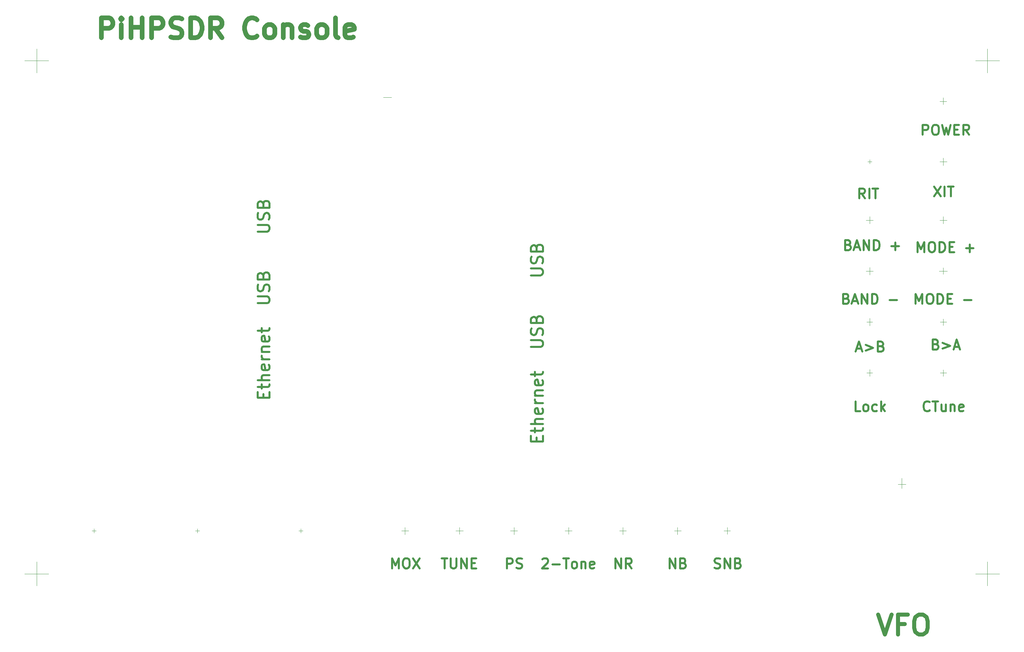
<source format=gbr>
%TF.GenerationSoftware,KiCad,Pcbnew,(5.1.5)-3*%
%TF.CreationDate,2020-09-07T19:44:54+02:00*%
%TF.ProjectId,fusion,66757369-6f6e-42e6-9b69-6361645f7063,rev?*%
%TF.SameCoordinates,Original*%
%TF.FileFunction,Legend,Top*%
%TF.FilePolarity,Positive*%
%FSLAX46Y46*%
G04 Gerber Fmt 4.6, Leading zero omitted, Abs format (unit mm)*
G04 Created by KiCad (PCBNEW (5.1.5)-3) date 2020-09-07 19:44:54*
%MOMM*%
%LPD*%
G04 APERTURE LIST*
%ADD10C,0.120000*%
%ADD11C,1.200000*%
%ADD12C,0.500000*%
%ADD13C,1.000000*%
G04 APERTURE END LIST*
D10*
X41800000Y-38800000D02*
X35800000Y-38800000D01*
X38800000Y-41800000D02*
X38800000Y-35800000D01*
D11*
X55133333Y-33061904D02*
X55133333Y-28061904D01*
X57038095Y-28061904D01*
X57514285Y-28300000D01*
X57752380Y-28538095D01*
X57990476Y-29014285D01*
X57990476Y-29728571D01*
X57752380Y-30204761D01*
X57514285Y-30442857D01*
X57038095Y-30680952D01*
X55133333Y-30680952D01*
X60133333Y-33061904D02*
X60133333Y-29728571D01*
X60133333Y-28061904D02*
X59895238Y-28300000D01*
X60133333Y-28538095D01*
X60371428Y-28300000D01*
X60133333Y-28061904D01*
X60133333Y-28538095D01*
X62514285Y-33061904D02*
X62514285Y-28061904D01*
X62514285Y-30442857D02*
X65371428Y-30442857D01*
X65371428Y-33061904D02*
X65371428Y-28061904D01*
X67752380Y-33061904D02*
X67752380Y-28061904D01*
X69657142Y-28061904D01*
X70133333Y-28300000D01*
X70371428Y-28538095D01*
X70609523Y-29014285D01*
X70609523Y-29728571D01*
X70371428Y-30204761D01*
X70133333Y-30442857D01*
X69657142Y-30680952D01*
X67752380Y-30680952D01*
X72514285Y-32823809D02*
X73228571Y-33061904D01*
X74419047Y-33061904D01*
X74895238Y-32823809D01*
X75133333Y-32585714D01*
X75371428Y-32109523D01*
X75371428Y-31633333D01*
X75133333Y-31157142D01*
X74895238Y-30919047D01*
X74419047Y-30680952D01*
X73466666Y-30442857D01*
X72990476Y-30204761D01*
X72752380Y-29966666D01*
X72514285Y-29490476D01*
X72514285Y-29014285D01*
X72752380Y-28538095D01*
X72990476Y-28300000D01*
X73466666Y-28061904D01*
X74657142Y-28061904D01*
X75371428Y-28300000D01*
X77514285Y-33061904D02*
X77514285Y-28061904D01*
X78704761Y-28061904D01*
X79419047Y-28300000D01*
X79895238Y-28776190D01*
X80133333Y-29252380D01*
X80371428Y-30204761D01*
X80371428Y-30919047D01*
X80133333Y-31871428D01*
X79895238Y-32347619D01*
X79419047Y-32823809D01*
X78704761Y-33061904D01*
X77514285Y-33061904D01*
X85371428Y-33061904D02*
X83704761Y-30680952D01*
X82514285Y-33061904D02*
X82514285Y-28061904D01*
X84419047Y-28061904D01*
X84895238Y-28300000D01*
X85133333Y-28538095D01*
X85371428Y-29014285D01*
X85371428Y-29728571D01*
X85133333Y-30204761D01*
X84895238Y-30442857D01*
X84419047Y-30680952D01*
X82514285Y-30680952D01*
X94180952Y-32585714D02*
X93942857Y-32823809D01*
X93228571Y-33061904D01*
X92752380Y-33061904D01*
X92038095Y-32823809D01*
X91561904Y-32347619D01*
X91323809Y-31871428D01*
X91085714Y-30919047D01*
X91085714Y-30204761D01*
X91323809Y-29252380D01*
X91561904Y-28776190D01*
X92038095Y-28300000D01*
X92752380Y-28061904D01*
X93228571Y-28061904D01*
X93942857Y-28300000D01*
X94180952Y-28538095D01*
X97038095Y-33061904D02*
X96561904Y-32823809D01*
X96323809Y-32585714D01*
X96085714Y-32109523D01*
X96085714Y-30680952D01*
X96323809Y-30204761D01*
X96561904Y-29966666D01*
X97038095Y-29728571D01*
X97752380Y-29728571D01*
X98228571Y-29966666D01*
X98466666Y-30204761D01*
X98704761Y-30680952D01*
X98704761Y-32109523D01*
X98466666Y-32585714D01*
X98228571Y-32823809D01*
X97752380Y-33061904D01*
X97038095Y-33061904D01*
X100847619Y-29728571D02*
X100847619Y-33061904D01*
X100847619Y-30204761D02*
X101085714Y-29966666D01*
X101561904Y-29728571D01*
X102276190Y-29728571D01*
X102752380Y-29966666D01*
X102990476Y-30442857D01*
X102990476Y-33061904D01*
X105133333Y-32823809D02*
X105609523Y-33061904D01*
X106561904Y-33061904D01*
X107038095Y-32823809D01*
X107276190Y-32347619D01*
X107276190Y-32109523D01*
X107038095Y-31633333D01*
X106561904Y-31395238D01*
X105847619Y-31395238D01*
X105371428Y-31157142D01*
X105133333Y-30680952D01*
X105133333Y-30442857D01*
X105371428Y-29966666D01*
X105847619Y-29728571D01*
X106561904Y-29728571D01*
X107038095Y-29966666D01*
X110133333Y-33061904D02*
X109657142Y-32823809D01*
X109419047Y-32585714D01*
X109180952Y-32109523D01*
X109180952Y-30680952D01*
X109419047Y-30204761D01*
X109657142Y-29966666D01*
X110133333Y-29728571D01*
X110847619Y-29728571D01*
X111323809Y-29966666D01*
X111561904Y-30204761D01*
X111799999Y-30680952D01*
X111799999Y-32109523D01*
X111561904Y-32585714D01*
X111323809Y-32823809D01*
X110847619Y-33061904D01*
X110133333Y-33061904D01*
X114657142Y-33061904D02*
X114180952Y-32823809D01*
X113942857Y-32347619D01*
X113942857Y-28061904D01*
X118466666Y-32823809D02*
X117990476Y-33061904D01*
X117038095Y-33061904D01*
X116561904Y-32823809D01*
X116323809Y-32347619D01*
X116323809Y-30442857D01*
X116561904Y-29966666D01*
X117038095Y-29728571D01*
X117990476Y-29728571D01*
X118466666Y-29966666D01*
X118704761Y-30442857D01*
X118704761Y-30919047D01*
X116323809Y-31395238D01*
D12*
X261526190Y-57430952D02*
X261526190Y-54930952D01*
X262478571Y-54930952D01*
X262716666Y-55050000D01*
X262835714Y-55169047D01*
X262954761Y-55407142D01*
X262954761Y-55764285D01*
X262835714Y-56002380D01*
X262716666Y-56121428D01*
X262478571Y-56240476D01*
X261526190Y-56240476D01*
X264502380Y-54930952D02*
X264978571Y-54930952D01*
X265216666Y-55050000D01*
X265454761Y-55288095D01*
X265573809Y-55764285D01*
X265573809Y-56597619D01*
X265454761Y-57073809D01*
X265216666Y-57311904D01*
X264978571Y-57430952D01*
X264502380Y-57430952D01*
X264264285Y-57311904D01*
X264026190Y-57073809D01*
X263907142Y-56597619D01*
X263907142Y-55764285D01*
X264026190Y-55288095D01*
X264264285Y-55050000D01*
X264502380Y-54930952D01*
X266407142Y-54930952D02*
X267002380Y-57430952D01*
X267478571Y-55645238D01*
X267954761Y-57430952D01*
X268550000Y-54930952D01*
X269502380Y-56121428D02*
X270335714Y-56121428D01*
X270692857Y-57430952D02*
X269502380Y-57430952D01*
X269502380Y-54930952D01*
X270692857Y-54930952D01*
X273192857Y-57430952D02*
X272359523Y-56240476D01*
X271764285Y-57430952D02*
X271764285Y-54930952D01*
X272716666Y-54930952D01*
X272954761Y-55050000D01*
X273073809Y-55169047D01*
X273192857Y-55407142D01*
X273192857Y-55764285D01*
X273073809Y-56002380D01*
X272954761Y-56121428D01*
X272716666Y-56240476D01*
X271764285Y-56240476D01*
X264419047Y-70430952D02*
X266085714Y-72930952D01*
X266085714Y-70430952D02*
X264419047Y-72930952D01*
X267038095Y-72930952D02*
X267038095Y-70430952D01*
X267871428Y-70430952D02*
X269300000Y-70430952D01*
X268585714Y-72930952D02*
X268585714Y-70430952D01*
X247026190Y-73430952D02*
X246192857Y-72240476D01*
X245597619Y-73430952D02*
X245597619Y-70930952D01*
X246550000Y-70930952D01*
X246788095Y-71050000D01*
X246907142Y-71169047D01*
X247026190Y-71407142D01*
X247026190Y-71764285D01*
X246907142Y-72002380D01*
X246788095Y-72121428D01*
X246550000Y-72240476D01*
X245597619Y-72240476D01*
X248097619Y-73430952D02*
X248097619Y-70930952D01*
X248930952Y-70930952D02*
X250359523Y-70930952D01*
X249645238Y-73430952D02*
X249645238Y-70930952D01*
X260276190Y-86930952D02*
X260276190Y-84430952D01*
X261109523Y-86216666D01*
X261942857Y-84430952D01*
X261942857Y-86930952D01*
X263609523Y-84430952D02*
X264085714Y-84430952D01*
X264323809Y-84550000D01*
X264561904Y-84788095D01*
X264680952Y-85264285D01*
X264680952Y-86097619D01*
X264561904Y-86573809D01*
X264323809Y-86811904D01*
X264085714Y-86930952D01*
X263609523Y-86930952D01*
X263371428Y-86811904D01*
X263133333Y-86573809D01*
X263014285Y-86097619D01*
X263014285Y-85264285D01*
X263133333Y-84788095D01*
X263371428Y-84550000D01*
X263609523Y-84430952D01*
X265752380Y-86930952D02*
X265752380Y-84430952D01*
X266347619Y-84430952D01*
X266704761Y-84550000D01*
X266942857Y-84788095D01*
X267061904Y-85026190D01*
X267180952Y-85502380D01*
X267180952Y-85859523D01*
X267061904Y-86335714D01*
X266942857Y-86573809D01*
X266704761Y-86811904D01*
X266347619Y-86930952D01*
X265752380Y-86930952D01*
X268252380Y-85621428D02*
X269085714Y-85621428D01*
X269442857Y-86930952D02*
X268252380Y-86930952D01*
X268252380Y-84430952D01*
X269442857Y-84430952D01*
X272419047Y-85978571D02*
X274323809Y-85978571D01*
X273371428Y-86930952D02*
X273371428Y-85026190D01*
X242847619Y-85121428D02*
X243204761Y-85240476D01*
X243323809Y-85359523D01*
X243442857Y-85597619D01*
X243442857Y-85954761D01*
X243323809Y-86192857D01*
X243204761Y-86311904D01*
X242966666Y-86430952D01*
X242014285Y-86430952D01*
X242014285Y-83930952D01*
X242847619Y-83930952D01*
X243085714Y-84050000D01*
X243204761Y-84169047D01*
X243323809Y-84407142D01*
X243323809Y-84645238D01*
X243204761Y-84883333D01*
X243085714Y-85002380D01*
X242847619Y-85121428D01*
X242014285Y-85121428D01*
X244395238Y-85716666D02*
X245585714Y-85716666D01*
X244157142Y-86430952D02*
X244990476Y-83930952D01*
X245823809Y-86430952D01*
X246657142Y-86430952D02*
X246657142Y-83930952D01*
X248085714Y-86430952D01*
X248085714Y-83930952D01*
X249276190Y-86430952D02*
X249276190Y-83930952D01*
X249871428Y-83930952D01*
X250228571Y-84050000D01*
X250466666Y-84288095D01*
X250585714Y-84526190D01*
X250704761Y-85002380D01*
X250704761Y-85359523D01*
X250585714Y-85835714D01*
X250466666Y-86073809D01*
X250228571Y-86311904D01*
X249871428Y-86430952D01*
X249276190Y-86430952D01*
X253680952Y-85478571D02*
X255585714Y-85478571D01*
X254633333Y-86430952D02*
X254633333Y-84526190D01*
X259776190Y-99930952D02*
X259776190Y-97430952D01*
X260609523Y-99216666D01*
X261442857Y-97430952D01*
X261442857Y-99930952D01*
X263109523Y-97430952D02*
X263585714Y-97430952D01*
X263823809Y-97550000D01*
X264061904Y-97788095D01*
X264180952Y-98264285D01*
X264180952Y-99097619D01*
X264061904Y-99573809D01*
X263823809Y-99811904D01*
X263585714Y-99930952D01*
X263109523Y-99930952D01*
X262871428Y-99811904D01*
X262633333Y-99573809D01*
X262514285Y-99097619D01*
X262514285Y-98264285D01*
X262633333Y-97788095D01*
X262871428Y-97550000D01*
X263109523Y-97430952D01*
X265252380Y-99930952D02*
X265252380Y-97430952D01*
X265847619Y-97430952D01*
X266204761Y-97550000D01*
X266442857Y-97788095D01*
X266561904Y-98026190D01*
X266680952Y-98502380D01*
X266680952Y-98859523D01*
X266561904Y-99335714D01*
X266442857Y-99573809D01*
X266204761Y-99811904D01*
X265847619Y-99930952D01*
X265252380Y-99930952D01*
X267752380Y-98621428D02*
X268585714Y-98621428D01*
X268942857Y-99930952D02*
X267752380Y-99930952D01*
X267752380Y-97430952D01*
X268942857Y-97430952D01*
X271919047Y-98978571D02*
X273823809Y-98978571D01*
X242347619Y-98621428D02*
X242704761Y-98740476D01*
X242823809Y-98859523D01*
X242942857Y-99097619D01*
X242942857Y-99454761D01*
X242823809Y-99692857D01*
X242704761Y-99811904D01*
X242466666Y-99930952D01*
X241514285Y-99930952D01*
X241514285Y-97430952D01*
X242347619Y-97430952D01*
X242585714Y-97550000D01*
X242704761Y-97669047D01*
X242823809Y-97907142D01*
X242823809Y-98145238D01*
X242704761Y-98383333D01*
X242585714Y-98502380D01*
X242347619Y-98621428D01*
X241514285Y-98621428D01*
X243895238Y-99216666D02*
X245085714Y-99216666D01*
X243657142Y-99930952D02*
X244490476Y-97430952D01*
X245323809Y-99930952D01*
X246157142Y-99930952D02*
X246157142Y-97430952D01*
X247585714Y-99930952D01*
X247585714Y-97430952D01*
X248776190Y-99930952D02*
X248776190Y-97430952D01*
X249371428Y-97430952D01*
X249728571Y-97550000D01*
X249966666Y-97788095D01*
X250085714Y-98026190D01*
X250204761Y-98502380D01*
X250204761Y-98859523D01*
X250085714Y-99335714D01*
X249966666Y-99573809D01*
X249728571Y-99811904D01*
X249371428Y-99930952D01*
X248776190Y-99930952D01*
X253180952Y-98978571D02*
X255085714Y-98978571D01*
X264859523Y-110121428D02*
X265216666Y-110240476D01*
X265335714Y-110359523D01*
X265454761Y-110597619D01*
X265454761Y-110954761D01*
X265335714Y-111192857D01*
X265216666Y-111311904D01*
X264978571Y-111430952D01*
X264026190Y-111430952D01*
X264026190Y-108930952D01*
X264859523Y-108930952D01*
X265097619Y-109050000D01*
X265216666Y-109169047D01*
X265335714Y-109407142D01*
X265335714Y-109645238D01*
X265216666Y-109883333D01*
X265097619Y-110002380D01*
X264859523Y-110121428D01*
X264026190Y-110121428D01*
X266526190Y-109764285D02*
X268430952Y-110478571D01*
X266526190Y-111192857D01*
X269502380Y-110716666D02*
X270692857Y-110716666D01*
X269264285Y-111430952D02*
X270097619Y-108930952D01*
X270930952Y-111430952D01*
X244907142Y-111216666D02*
X246097619Y-111216666D01*
X244669047Y-111930952D02*
X245502380Y-109430952D01*
X246335714Y-111930952D01*
X247169047Y-110264285D02*
X249073809Y-110978571D01*
X247169047Y-111692857D01*
X251097619Y-110621428D02*
X251454761Y-110740476D01*
X251573809Y-110859523D01*
X251692857Y-111097619D01*
X251692857Y-111454761D01*
X251573809Y-111692857D01*
X251454761Y-111811904D01*
X251216666Y-111930952D01*
X250264285Y-111930952D01*
X250264285Y-109430952D01*
X251097619Y-109430952D01*
X251335714Y-109550000D01*
X251454761Y-109669047D01*
X251573809Y-109907142D01*
X251573809Y-110145238D01*
X251454761Y-110383333D01*
X251335714Y-110502380D01*
X251097619Y-110621428D01*
X250264285Y-110621428D01*
X263288095Y-126692857D02*
X263169047Y-126811904D01*
X262811904Y-126930952D01*
X262573809Y-126930952D01*
X262216666Y-126811904D01*
X261978571Y-126573809D01*
X261859523Y-126335714D01*
X261740476Y-125859523D01*
X261740476Y-125502380D01*
X261859523Y-125026190D01*
X261978571Y-124788095D01*
X262216666Y-124550000D01*
X262573809Y-124430952D01*
X262811904Y-124430952D01*
X263169047Y-124550000D01*
X263288095Y-124669047D01*
X264002380Y-124430952D02*
X265430952Y-124430952D01*
X264716666Y-126930952D02*
X264716666Y-124430952D01*
X267335714Y-125264285D02*
X267335714Y-126930952D01*
X266264285Y-125264285D02*
X266264285Y-126573809D01*
X266383333Y-126811904D01*
X266621428Y-126930952D01*
X266978571Y-126930952D01*
X267216666Y-126811904D01*
X267335714Y-126692857D01*
X268526190Y-125264285D02*
X268526190Y-126930952D01*
X268526190Y-125502380D02*
X268645238Y-125383333D01*
X268883333Y-125264285D01*
X269240476Y-125264285D01*
X269478571Y-125383333D01*
X269597619Y-125621428D01*
X269597619Y-126930952D01*
X271740476Y-126811904D02*
X271502380Y-126930952D01*
X271026190Y-126930952D01*
X270788095Y-126811904D01*
X270669047Y-126573809D01*
X270669047Y-125621428D01*
X270788095Y-125383333D01*
X271026190Y-125264285D01*
X271502380Y-125264285D01*
X271740476Y-125383333D01*
X271859523Y-125621428D01*
X271859523Y-125859523D01*
X270669047Y-126097619D01*
X245859523Y-126930952D02*
X244669047Y-126930952D01*
X244669047Y-124430952D01*
X247050000Y-126930952D02*
X246811904Y-126811904D01*
X246692857Y-126692857D01*
X246573809Y-126454761D01*
X246573809Y-125740476D01*
X246692857Y-125502380D01*
X246811904Y-125383333D01*
X247050000Y-125264285D01*
X247407142Y-125264285D01*
X247645238Y-125383333D01*
X247764285Y-125502380D01*
X247883333Y-125740476D01*
X247883333Y-126454761D01*
X247764285Y-126692857D01*
X247645238Y-126811904D01*
X247407142Y-126930952D01*
X247050000Y-126930952D01*
X250026190Y-126811904D02*
X249788095Y-126930952D01*
X249311904Y-126930952D01*
X249073809Y-126811904D01*
X248954761Y-126692857D01*
X248835714Y-126454761D01*
X248835714Y-125740476D01*
X248954761Y-125502380D01*
X249073809Y-125383333D01*
X249311904Y-125264285D01*
X249788095Y-125264285D01*
X250026190Y-125383333D01*
X251097619Y-126930952D02*
X251097619Y-124430952D01*
X251335714Y-125978571D02*
X252050000Y-126930952D01*
X252050000Y-125264285D02*
X251097619Y-126216666D01*
D13*
X250371428Y-178061904D02*
X252038095Y-183061904D01*
X253704761Y-178061904D01*
X257038095Y-180442857D02*
X255371428Y-180442857D01*
X255371428Y-183061904D02*
X255371428Y-178061904D01*
X257752380Y-178061904D01*
X260609523Y-178061904D02*
X261561904Y-178061904D01*
X262038095Y-178300000D01*
X262514285Y-178776190D01*
X262752380Y-179728571D01*
X262752380Y-181395238D01*
X262514285Y-182347619D01*
X262038095Y-182823809D01*
X261561904Y-183061904D01*
X260609523Y-183061904D01*
X260133333Y-182823809D01*
X259657142Y-182347619D01*
X259419047Y-181395238D01*
X259419047Y-179728571D01*
X259657142Y-178776190D01*
X260133333Y-178300000D01*
X260609523Y-178061904D01*
D12*
X209226190Y-166311904D02*
X209583333Y-166430952D01*
X210178571Y-166430952D01*
X210416666Y-166311904D01*
X210535714Y-166192857D01*
X210654761Y-165954761D01*
X210654761Y-165716666D01*
X210535714Y-165478571D01*
X210416666Y-165359523D01*
X210178571Y-165240476D01*
X209702380Y-165121428D01*
X209464285Y-165002380D01*
X209345238Y-164883333D01*
X209226190Y-164645238D01*
X209226190Y-164407142D01*
X209345238Y-164169047D01*
X209464285Y-164050000D01*
X209702380Y-163930952D01*
X210297619Y-163930952D01*
X210654761Y-164050000D01*
X211726190Y-166430952D02*
X211726190Y-163930952D01*
X213154761Y-166430952D01*
X213154761Y-163930952D01*
X215178571Y-165121428D02*
X215535714Y-165240476D01*
X215654761Y-165359523D01*
X215773809Y-165597619D01*
X215773809Y-165954761D01*
X215654761Y-166192857D01*
X215535714Y-166311904D01*
X215297619Y-166430952D01*
X214345238Y-166430952D01*
X214345238Y-163930952D01*
X215178571Y-163930952D01*
X215416666Y-164050000D01*
X215535714Y-164169047D01*
X215654761Y-164407142D01*
X215654761Y-164645238D01*
X215535714Y-164883333D01*
X215416666Y-165002380D01*
X215178571Y-165121428D01*
X214345238Y-165121428D01*
X197935714Y-166430952D02*
X197935714Y-163930952D01*
X199364285Y-166430952D01*
X199364285Y-163930952D01*
X201388095Y-165121428D02*
X201745238Y-165240476D01*
X201864285Y-165359523D01*
X201983333Y-165597619D01*
X201983333Y-165954761D01*
X201864285Y-166192857D01*
X201745238Y-166311904D01*
X201507142Y-166430952D01*
X200554761Y-166430952D01*
X200554761Y-163930952D01*
X201388095Y-163930952D01*
X201626190Y-164050000D01*
X201745238Y-164169047D01*
X201864285Y-164407142D01*
X201864285Y-164645238D01*
X201745238Y-164883333D01*
X201626190Y-165002380D01*
X201388095Y-165121428D01*
X200554761Y-165121428D01*
X184335714Y-166430952D02*
X184335714Y-163930952D01*
X185764285Y-166430952D01*
X185764285Y-163930952D01*
X188383333Y-166430952D02*
X187550000Y-165240476D01*
X186954761Y-166430952D02*
X186954761Y-163930952D01*
X187907142Y-163930952D01*
X188145238Y-164050000D01*
X188264285Y-164169047D01*
X188383333Y-164407142D01*
X188383333Y-164764285D01*
X188264285Y-165002380D01*
X188145238Y-165121428D01*
X187907142Y-165240476D01*
X186954761Y-165240476D01*
X165952380Y-164169047D02*
X166071428Y-164050000D01*
X166309523Y-163930952D01*
X166904761Y-163930952D01*
X167142857Y-164050000D01*
X167261904Y-164169047D01*
X167380952Y-164407142D01*
X167380952Y-164645238D01*
X167261904Y-165002380D01*
X165833333Y-166430952D01*
X167380952Y-166430952D01*
X168452380Y-165478571D02*
X170357142Y-165478571D01*
X171190476Y-163930952D02*
X172619047Y-163930952D01*
X171904761Y-166430952D02*
X171904761Y-163930952D01*
X173809523Y-166430952D02*
X173571428Y-166311904D01*
X173452380Y-166192857D01*
X173333333Y-165954761D01*
X173333333Y-165240476D01*
X173452380Y-165002380D01*
X173571428Y-164883333D01*
X173809523Y-164764285D01*
X174166666Y-164764285D01*
X174404761Y-164883333D01*
X174523809Y-165002380D01*
X174642857Y-165240476D01*
X174642857Y-165954761D01*
X174523809Y-166192857D01*
X174404761Y-166311904D01*
X174166666Y-166430952D01*
X173809523Y-166430952D01*
X175714285Y-164764285D02*
X175714285Y-166430952D01*
X175714285Y-165002380D02*
X175833333Y-164883333D01*
X176071428Y-164764285D01*
X176428571Y-164764285D01*
X176666666Y-164883333D01*
X176785714Y-165121428D01*
X176785714Y-166430952D01*
X178928571Y-166311904D02*
X178690476Y-166430952D01*
X178214285Y-166430952D01*
X177976190Y-166311904D01*
X177857142Y-166073809D01*
X177857142Y-165121428D01*
X177976190Y-164883333D01*
X178214285Y-164764285D01*
X178690476Y-164764285D01*
X178928571Y-164883333D01*
X179047619Y-165121428D01*
X179047619Y-165359523D01*
X177857142Y-165597619D01*
X157054761Y-166430952D02*
X157054761Y-163930952D01*
X158007142Y-163930952D01*
X158245238Y-164050000D01*
X158364285Y-164169047D01*
X158483333Y-164407142D01*
X158483333Y-164764285D01*
X158364285Y-165002380D01*
X158245238Y-165121428D01*
X158007142Y-165240476D01*
X157054761Y-165240476D01*
X159435714Y-166311904D02*
X159792857Y-166430952D01*
X160388095Y-166430952D01*
X160626190Y-166311904D01*
X160745238Y-166192857D01*
X160864285Y-165954761D01*
X160864285Y-165716666D01*
X160745238Y-165478571D01*
X160626190Y-165359523D01*
X160388095Y-165240476D01*
X159911904Y-165121428D01*
X159673809Y-165002380D01*
X159554761Y-164883333D01*
X159435714Y-164645238D01*
X159435714Y-164407142D01*
X159554761Y-164169047D01*
X159673809Y-164050000D01*
X159911904Y-163930952D01*
X160507142Y-163930952D01*
X160864285Y-164050000D01*
X140635714Y-163930952D02*
X142064285Y-163930952D01*
X141350000Y-166430952D02*
X141350000Y-163930952D01*
X142897619Y-163930952D02*
X142897619Y-165954761D01*
X143016666Y-166192857D01*
X143135714Y-166311904D01*
X143373809Y-166430952D01*
X143850000Y-166430952D01*
X144088095Y-166311904D01*
X144207142Y-166192857D01*
X144326190Y-165954761D01*
X144326190Y-163930952D01*
X145516666Y-166430952D02*
X145516666Y-163930952D01*
X146945238Y-166430952D01*
X146945238Y-163930952D01*
X148135714Y-165121428D02*
X148969047Y-165121428D01*
X149326190Y-166430952D02*
X148135714Y-166430952D01*
X148135714Y-163930952D01*
X149326190Y-163930952D01*
X128166666Y-166430952D02*
X128166666Y-163930952D01*
X129000000Y-165716666D01*
X129833333Y-163930952D01*
X129833333Y-166430952D01*
X131500000Y-163930952D02*
X131976190Y-163930952D01*
X132214285Y-164050000D01*
X132452380Y-164288095D01*
X132571428Y-164764285D01*
X132571428Y-165597619D01*
X132452380Y-166073809D01*
X132214285Y-166311904D01*
X131976190Y-166430952D01*
X131500000Y-166430952D01*
X131261904Y-166311904D01*
X131023809Y-166073809D01*
X130904761Y-165597619D01*
X130904761Y-164764285D01*
X131023809Y-164288095D01*
X131261904Y-164050000D01*
X131500000Y-163930952D01*
X133404761Y-163930952D02*
X135071428Y-166430952D01*
X135071428Y-163930952D02*
X133404761Y-166430952D01*
D10*
X78700000Y-157000000D02*
X79700000Y-157000000D01*
X52700000Y-157000000D02*
X53700000Y-157000000D01*
X53200000Y-156500000D02*
X53200000Y-157500000D01*
X79200000Y-156500000D02*
X79200000Y-157500000D01*
X104700000Y-157000000D02*
X105700000Y-157000000D01*
X105200000Y-156500000D02*
X105200000Y-157500000D01*
X247700000Y-64200000D02*
X248700000Y-64200000D01*
X248200000Y-63700000D02*
X248200000Y-64700000D01*
X38800000Y-170800000D02*
X38800000Y-164800000D01*
X41800000Y-167800000D02*
X35800000Y-167800000D01*
X257300000Y-145300000D02*
X255300000Y-145300000D01*
X256300000Y-146300000D02*
X256300000Y-143800000D01*
X280800000Y-38800000D02*
X274800000Y-38800000D01*
X277800000Y-41800000D02*
X277800000Y-35800000D01*
X277800000Y-164800000D02*
X277800000Y-170800000D01*
X274800000Y-167800000D02*
X280800000Y-167800000D01*
X265800000Y-49000000D02*
X267500000Y-49000000D01*
X266700000Y-48100000D02*
X266700000Y-49800000D01*
X266700000Y-63300000D02*
X266700000Y-65100000D01*
X267600000Y-64200000D02*
X265800000Y-64200000D01*
X267600000Y-78900000D02*
X265800000Y-78900000D01*
X266700000Y-78000000D02*
X266700000Y-79800000D01*
X132300000Y-157000000D02*
X130500000Y-157000000D01*
X131400000Y-156100000D02*
X131400000Y-157900000D01*
X158800000Y-156100000D02*
X158800000Y-157900000D01*
X159700000Y-157000000D02*
X157900000Y-157000000D01*
X146000000Y-157000000D02*
X144200000Y-157000000D01*
X145100000Y-156100000D02*
X145100000Y-157800000D01*
X172500000Y-156100000D02*
X172500000Y-157800000D01*
X173400000Y-157000000D02*
X171600000Y-157000000D01*
X187000000Y-157000000D02*
X185300000Y-157000000D01*
X186200000Y-156100000D02*
X186200000Y-157900000D01*
X199900000Y-156100000D02*
X199900000Y-157900000D01*
X200800000Y-157000000D02*
X199100000Y-157000000D01*
X211600000Y-157000000D02*
X213200000Y-157000000D01*
X212400000Y-157800000D02*
X212400000Y-156100000D01*
X248200000Y-116400000D02*
X248200000Y-118100000D01*
X248200000Y-103600000D02*
X248200000Y-105400000D01*
X248200000Y-90800000D02*
X248200000Y-92600000D01*
X248200000Y-78000000D02*
X248200000Y-79800000D01*
X247300000Y-78900000D02*
X249100000Y-78900000D01*
X247300000Y-91700000D02*
X249100000Y-91700000D01*
X247500000Y-104500000D02*
X248900000Y-104500000D01*
X247500000Y-117300000D02*
X248900000Y-117300000D01*
X265900000Y-117300000D02*
X267500000Y-117300000D01*
X266700000Y-116500000D02*
X266700000Y-118100000D01*
X265900000Y-104500000D02*
X267500000Y-104500000D01*
X266700000Y-105300000D02*
X266700000Y-103700000D01*
X267700000Y-91700000D02*
X265700000Y-91700000D01*
X266700000Y-90900000D02*
X266700000Y-92500000D01*
D12*
X163057142Y-92785714D02*
X165485714Y-92785714D01*
X165771428Y-92642857D01*
X165914285Y-92500000D01*
X166057142Y-92214285D01*
X166057142Y-91642857D01*
X165914285Y-91357142D01*
X165771428Y-91214285D01*
X165485714Y-91071428D01*
X163057142Y-91071428D01*
X165914285Y-89785714D02*
X166057142Y-89357142D01*
X166057142Y-88642857D01*
X165914285Y-88357142D01*
X165771428Y-88214285D01*
X165485714Y-88071428D01*
X165200000Y-88071428D01*
X164914285Y-88214285D01*
X164771428Y-88357142D01*
X164628571Y-88642857D01*
X164485714Y-89214285D01*
X164342857Y-89500000D01*
X164200000Y-89642857D01*
X163914285Y-89785714D01*
X163628571Y-89785714D01*
X163342857Y-89642857D01*
X163200000Y-89500000D01*
X163057142Y-89214285D01*
X163057142Y-88500000D01*
X163200000Y-88071428D01*
X164485714Y-85785714D02*
X164628571Y-85357142D01*
X164771428Y-85214285D01*
X165057142Y-85071428D01*
X165485714Y-85071428D01*
X165771428Y-85214285D01*
X165914285Y-85357142D01*
X166057142Y-85642857D01*
X166057142Y-86785714D01*
X163057142Y-86785714D01*
X163057142Y-85785714D01*
X163200000Y-85500000D01*
X163342857Y-85357142D01*
X163628571Y-85214285D01*
X163914285Y-85214285D01*
X164200000Y-85357142D01*
X164342857Y-85500000D01*
X164485714Y-85785714D01*
X164485714Y-86785714D01*
X163057142Y-110785714D02*
X165485714Y-110785714D01*
X165771428Y-110642857D01*
X165914285Y-110500000D01*
X166057142Y-110214285D01*
X166057142Y-109642857D01*
X165914285Y-109357142D01*
X165771428Y-109214285D01*
X165485714Y-109071428D01*
X163057142Y-109071428D01*
X165914285Y-107785714D02*
X166057142Y-107357142D01*
X166057142Y-106642857D01*
X165914285Y-106357142D01*
X165771428Y-106214285D01*
X165485714Y-106071428D01*
X165200000Y-106071428D01*
X164914285Y-106214285D01*
X164771428Y-106357142D01*
X164628571Y-106642857D01*
X164485714Y-107214285D01*
X164342857Y-107500000D01*
X164200000Y-107642857D01*
X163914285Y-107785714D01*
X163628571Y-107785714D01*
X163342857Y-107642857D01*
X163200000Y-107500000D01*
X163057142Y-107214285D01*
X163057142Y-106500000D01*
X163200000Y-106071428D01*
X164485714Y-103785714D02*
X164628571Y-103357142D01*
X164771428Y-103214285D01*
X165057142Y-103071428D01*
X165485714Y-103071428D01*
X165771428Y-103214285D01*
X165914285Y-103357142D01*
X166057142Y-103642857D01*
X166057142Y-104785714D01*
X163057142Y-104785714D01*
X163057142Y-103785714D01*
X163200000Y-103500000D01*
X163342857Y-103357142D01*
X163628571Y-103214285D01*
X163914285Y-103214285D01*
X164200000Y-103357142D01*
X164342857Y-103500000D01*
X164485714Y-103785714D01*
X164485714Y-104785714D01*
X164485714Y-134571428D02*
X164485714Y-133571428D01*
X166057142Y-133142857D02*
X166057142Y-134571428D01*
X163057142Y-134571428D01*
X163057142Y-133142857D01*
X164057142Y-132285714D02*
X164057142Y-131142857D01*
X163057142Y-131857142D02*
X165628571Y-131857142D01*
X165914285Y-131714285D01*
X166057142Y-131428571D01*
X166057142Y-131142857D01*
X166057142Y-130142857D02*
X163057142Y-130142857D01*
X166057142Y-128857142D02*
X164485714Y-128857142D01*
X164200000Y-128999999D01*
X164057142Y-129285714D01*
X164057142Y-129714285D01*
X164200000Y-129999999D01*
X164342857Y-130142857D01*
X165914285Y-126285714D02*
X166057142Y-126571428D01*
X166057142Y-127142857D01*
X165914285Y-127428571D01*
X165628571Y-127571428D01*
X164485714Y-127571428D01*
X164200000Y-127428571D01*
X164057142Y-127142857D01*
X164057142Y-126571428D01*
X164200000Y-126285714D01*
X164485714Y-126142857D01*
X164771428Y-126142857D01*
X165057142Y-127571428D01*
X166057142Y-124857142D02*
X164057142Y-124857142D01*
X164628571Y-124857142D02*
X164342857Y-124714285D01*
X164200000Y-124571428D01*
X164057142Y-124285714D01*
X164057142Y-124000000D01*
X164057142Y-122999999D02*
X166057142Y-122999999D01*
X164342857Y-122999999D02*
X164200000Y-122857142D01*
X164057142Y-122571428D01*
X164057142Y-122142857D01*
X164200000Y-121857142D01*
X164485714Y-121714285D01*
X166057142Y-121714285D01*
X165914285Y-119142857D02*
X166057142Y-119428571D01*
X166057142Y-119999999D01*
X165914285Y-120285714D01*
X165628571Y-120428571D01*
X164485714Y-120428571D01*
X164200000Y-120285714D01*
X164057142Y-119999999D01*
X164057142Y-119428571D01*
X164200000Y-119142857D01*
X164485714Y-118999999D01*
X164771428Y-118999999D01*
X165057142Y-120428571D01*
X164057142Y-118142857D02*
X164057142Y-116999999D01*
X163057142Y-117714285D02*
X165628571Y-117714285D01*
X165914285Y-117571428D01*
X166057142Y-117285714D01*
X166057142Y-116999999D01*
D10*
X126000000Y-48000000D02*
X128000000Y-48000000D01*
D12*
X94357142Y-81785714D02*
X96785714Y-81785714D01*
X97071428Y-81642857D01*
X97214285Y-81500000D01*
X97357142Y-81214285D01*
X97357142Y-80642857D01*
X97214285Y-80357142D01*
X97071428Y-80214285D01*
X96785714Y-80071428D01*
X94357142Y-80071428D01*
X97214285Y-78785714D02*
X97357142Y-78357142D01*
X97357142Y-77642857D01*
X97214285Y-77357142D01*
X97071428Y-77214285D01*
X96785714Y-77071428D01*
X96500000Y-77071428D01*
X96214285Y-77214285D01*
X96071428Y-77357142D01*
X95928571Y-77642857D01*
X95785714Y-78214285D01*
X95642857Y-78500000D01*
X95500000Y-78642857D01*
X95214285Y-78785714D01*
X94928571Y-78785714D01*
X94642857Y-78642857D01*
X94500000Y-78500000D01*
X94357142Y-78214285D01*
X94357142Y-77500000D01*
X94500000Y-77071428D01*
X95785714Y-74785714D02*
X95928571Y-74357142D01*
X96071428Y-74214285D01*
X96357142Y-74071428D01*
X96785714Y-74071428D01*
X97071428Y-74214285D01*
X97214285Y-74357142D01*
X97357142Y-74642857D01*
X97357142Y-75785714D01*
X94357142Y-75785714D01*
X94357142Y-74785714D01*
X94500000Y-74500000D01*
X94642857Y-74357142D01*
X94928571Y-74214285D01*
X95214285Y-74214285D01*
X95500000Y-74357142D01*
X95642857Y-74500000D01*
X95785714Y-74785714D01*
X95785714Y-75785714D01*
X94357142Y-99785714D02*
X96785714Y-99785714D01*
X97071428Y-99642857D01*
X97214285Y-99500000D01*
X97357142Y-99214285D01*
X97357142Y-98642857D01*
X97214285Y-98357142D01*
X97071428Y-98214285D01*
X96785714Y-98071428D01*
X94357142Y-98071428D01*
X97214285Y-96785714D02*
X97357142Y-96357142D01*
X97357142Y-95642857D01*
X97214285Y-95357142D01*
X97071428Y-95214285D01*
X96785714Y-95071428D01*
X96500000Y-95071428D01*
X96214285Y-95214285D01*
X96071428Y-95357142D01*
X95928571Y-95642857D01*
X95785714Y-96214285D01*
X95642857Y-96500000D01*
X95500000Y-96642857D01*
X95214285Y-96785714D01*
X94928571Y-96785714D01*
X94642857Y-96642857D01*
X94500000Y-96500000D01*
X94357142Y-96214285D01*
X94357142Y-95500000D01*
X94500000Y-95071428D01*
X95785714Y-92785714D02*
X95928571Y-92357142D01*
X96071428Y-92214285D01*
X96357142Y-92071428D01*
X96785714Y-92071428D01*
X97071428Y-92214285D01*
X97214285Y-92357142D01*
X97357142Y-92642857D01*
X97357142Y-93785714D01*
X94357142Y-93785714D01*
X94357142Y-92785714D01*
X94500000Y-92500000D01*
X94642857Y-92357142D01*
X94928571Y-92214285D01*
X95214285Y-92214285D01*
X95500000Y-92357142D01*
X95642857Y-92500000D01*
X95785714Y-92785714D01*
X95785714Y-93785714D01*
X95785714Y-123571428D02*
X95785714Y-122571428D01*
X97357142Y-122142857D02*
X97357142Y-123571428D01*
X94357142Y-123571428D01*
X94357142Y-122142857D01*
X95357142Y-121285714D02*
X95357142Y-120142857D01*
X94357142Y-120857142D02*
X96928571Y-120857142D01*
X97214285Y-120714285D01*
X97357142Y-120428571D01*
X97357142Y-120142857D01*
X97357142Y-119142857D02*
X94357142Y-119142857D01*
X97357142Y-117857142D02*
X95785714Y-117857142D01*
X95500000Y-118000000D01*
X95357142Y-118285714D01*
X95357142Y-118714285D01*
X95500000Y-119000000D01*
X95642857Y-119142857D01*
X97214285Y-115285714D02*
X97357142Y-115571428D01*
X97357142Y-116142857D01*
X97214285Y-116428571D01*
X96928571Y-116571428D01*
X95785714Y-116571428D01*
X95500000Y-116428571D01*
X95357142Y-116142857D01*
X95357142Y-115571428D01*
X95500000Y-115285714D01*
X95785714Y-115142857D01*
X96071428Y-115142857D01*
X96357142Y-116571428D01*
X97357142Y-113857142D02*
X95357142Y-113857142D01*
X95928571Y-113857142D02*
X95642857Y-113714285D01*
X95500000Y-113571428D01*
X95357142Y-113285714D01*
X95357142Y-113000000D01*
X95357142Y-112000000D02*
X97357142Y-112000000D01*
X95642857Y-112000000D02*
X95500000Y-111857142D01*
X95357142Y-111571428D01*
X95357142Y-111142857D01*
X95500000Y-110857142D01*
X95785714Y-110714285D01*
X97357142Y-110714285D01*
X97214285Y-108142857D02*
X97357142Y-108428571D01*
X97357142Y-109000000D01*
X97214285Y-109285714D01*
X96928571Y-109428571D01*
X95785714Y-109428571D01*
X95500000Y-109285714D01*
X95357142Y-109000000D01*
X95357142Y-108428571D01*
X95500000Y-108142857D01*
X95785714Y-108000000D01*
X96071428Y-108000000D01*
X96357142Y-109428571D01*
X95357142Y-107142857D02*
X95357142Y-106000000D01*
X94357142Y-106714285D02*
X96928571Y-106714285D01*
X97214285Y-106571428D01*
X97357142Y-106285714D01*
X97357142Y-106000000D01*
M02*

</source>
